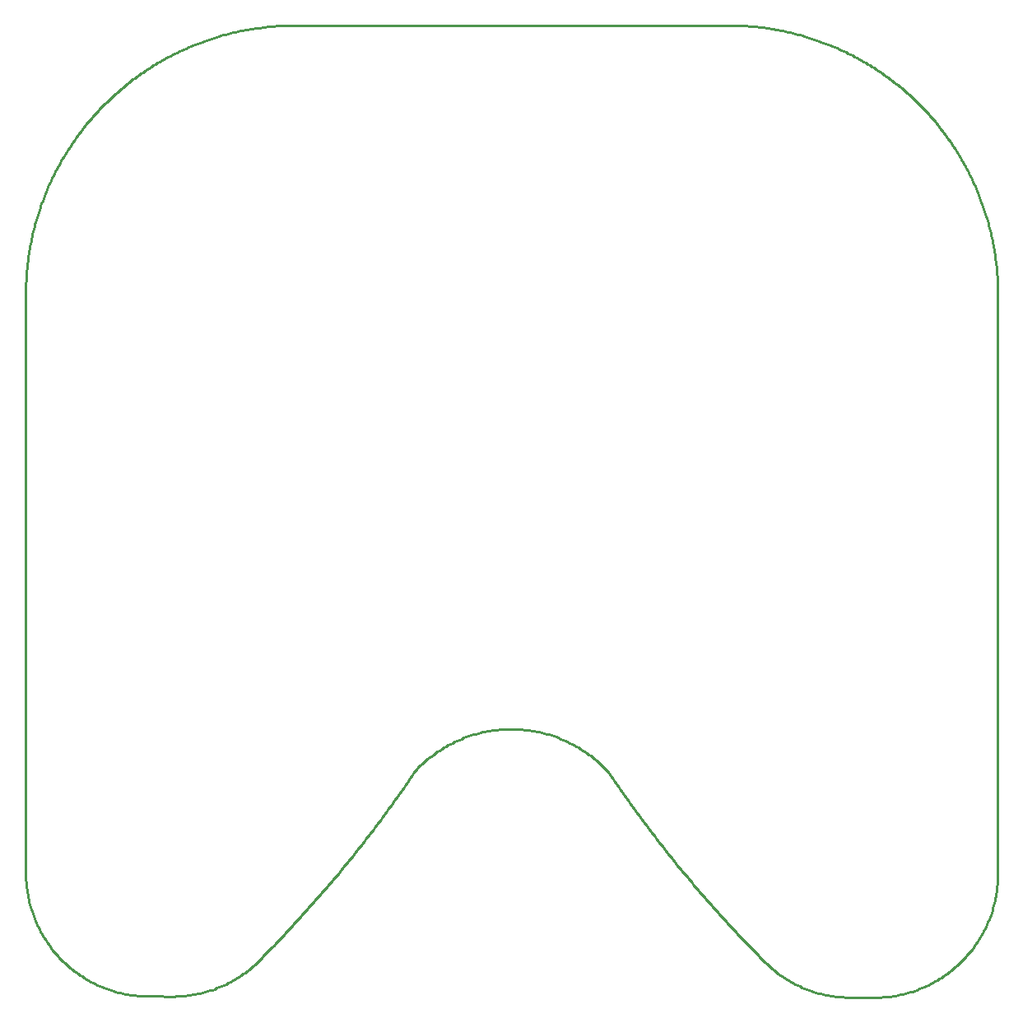
<source format=gko>
G04 Layer_Color=16711935*
%FSLAX25Y25*%
%MOIN*%
G70*
G01*
G75*
%ADD24C,0.01000*%
D24*
X886690Y189950D02*
X886015Y190695D01*
X885327Y191427D01*
X884624Y192146D01*
X883908Y192851D01*
X883179Y193542D01*
X882436Y194220D01*
X881682Y194883D01*
X880914Y195532D01*
X880134Y196167D01*
X879343Y196786D01*
X878540Y197390D01*
X877725Y197979D01*
X876900Y198552D01*
X876064Y199110D01*
X875217Y199652D01*
X874360Y200177D01*
X873493Y200686D01*
X872617Y201179D01*
X871732Y201654D01*
X870838Y202113D01*
X869935Y202555D01*
X869024Y202980D01*
X868106Y203387D01*
X867179Y203777D01*
X866245Y204149D01*
X865305Y204503D01*
X864358Y204840D01*
X863405Y205158D01*
X862446Y205458D01*
X861481Y205740D01*
X860511Y206004D01*
X859536Y206249D01*
X858557Y206476D01*
X857574Y206684D01*
X856587Y206873D01*
X855596Y207044D01*
X854603Y207196D01*
X853607Y207329D01*
X852608Y207442D01*
X851607Y207537D01*
X850605Y207613D01*
X849602Y207670D01*
X848597Y207708D01*
X847593Y207727D01*
X846587Y207727D01*
X845583Y207707D01*
X844578Y207669D01*
X843575Y207611D01*
X842573Y207535D01*
X841572Y207439D01*
X840574Y207325D01*
X839577Y207191D01*
X838584Y207039D01*
X837594Y206868D01*
X836607Y206678D01*
X835624Y206470D01*
X834645Y206242D01*
X833670Y205997D01*
X832700Y205733D01*
X831736Y205450D01*
X830777Y205149D01*
X829824Y204830D01*
X828877Y204493D01*
X827936Y204138D01*
X827003Y203766D01*
X826077Y203376D01*
X825158Y202968D01*
X824247Y202543D01*
X823345Y202100D01*
X822451Y201641D01*
X821566Y201165D01*
X820690Y200672D01*
X819824Y200162D01*
X818968Y199636D01*
X818121Y199094D01*
X817285Y198536D01*
X816460Y197962D01*
X815646Y197373D01*
X814843Y196768D01*
X814052Y196149D01*
X813273Y195514D01*
X812506Y194864D01*
X811751Y194201D01*
X811009Y193523D01*
X810280Y192831D01*
X809564Y192125D01*
X808862Y191406D01*
X808174Y190673D01*
X992946Y99000D02*
X993944Y98986D01*
X994941Y98991D01*
X995939Y99017D01*
X996935Y99063D01*
X997931Y99128D01*
X998925Y99213D01*
X999917Y99318D01*
X1000907Y99443D01*
X1001894Y99587D01*
X1002879Y99751D01*
X1003859Y99935D01*
X1004836Y100138D01*
X1005809Y100361D01*
X1006777Y100603D01*
X1007740Y100864D01*
X1008697Y101144D01*
X1009649Y101444D01*
X1010594Y101762D01*
X1011534Y102099D01*
X1012466Y102455D01*
X1013391Y102829D01*
X1014308Y103222D01*
X1015217Y103633D01*
X1016118Y104062D01*
X1017010Y104508D01*
X1017893Y104973D01*
X1018767Y105455D01*
X1019631Y105954D01*
X1020484Y106471D01*
X1021327Y107004D01*
X1022160Y107554D01*
X1022981Y108120D01*
X1023791Y108703D01*
X1024589Y109302D01*
X1025375Y109917D01*
X1026149Y110547D01*
X1026910Y111192D01*
X1027657Y111853D01*
X1028392Y112528D01*
X1029113Y113218D01*
X1029820Y113922D01*
X1030513Y114640D01*
X1031191Y115371D01*
X1031855Y116116D01*
X1032503Y116875D01*
X1033137Y117645D01*
X1033755Y118429D01*
X1034357Y119224D01*
X1034943Y120032D01*
X1035513Y120851D01*
X1036067Y121681D01*
X1036604Y122522D01*
X1037124Y123373D01*
X1037626Y124235D01*
X1038112Y125106D01*
X1038580Y125987D01*
X1039031Y126878D01*
X1039464Y127777D01*
X1039878Y128684D01*
X1040275Y129600D01*
X1040653Y130523D01*
X1041013Y131454D01*
X1041354Y132391D01*
X1041676Y133336D01*
X1041980Y134286D01*
X1042264Y135242D01*
X1042529Y136204D01*
X1042776Y137171D01*
X1043002Y138143D01*
X1043210Y139119D01*
X1043397Y140099D01*
X1043566Y141082D01*
X1043714Y142069D01*
X1043843Y143058D01*
X1043952Y144050D01*
X1044042Y145044D01*
X1044111Y146039D01*
X1044161Y147035D01*
X1044191Y148033D01*
X1044201Y149030D01*
X947140Y116129D02*
X947809Y115373D01*
X948492Y114631D01*
X949191Y113904D01*
X949904Y113190D01*
X950632Y112491D01*
X951374Y111808D01*
X952129Y111139D01*
X952898Y110486D01*
X953680Y109849D01*
X954475Y109228D01*
X955283Y108623D01*
X956102Y108035D01*
X956934Y107464D01*
X957777Y106909D01*
X958631Y106372D01*
X959496Y105853D01*
X960371Y105351D01*
X961256Y104867D01*
X962151Y104402D01*
X963055Y103954D01*
X963968Y103525D01*
X964890Y103115D01*
X965820Y102724D01*
X966758Y102352D01*
X967703Y101999D01*
X968655Y101665D01*
X969613Y101351D01*
X970578Y101056D01*
X971549Y100781D01*
X972525Y100526D01*
X973506Y100291D01*
X974492Y100076D01*
X975482Y99881D01*
X976475Y99706D01*
X977472Y99551D01*
X978472Y99417D01*
X979474Y99304D01*
X980479Y99210D01*
X981485Y99137D01*
X982493Y99085D01*
X983501Y99053D01*
X886707Y189947D02*
X887264Y189123D01*
X887823Y188300D01*
X888384Y187478D01*
X888947Y186656D01*
X889511Y185836D01*
X890076Y185018D01*
X890643Y184200D01*
X891212Y183383D01*
X891782Y182567D01*
X892354Y181753D01*
X892927Y180939D01*
X893502Y180127D01*
X894078Y179316D01*
X894656Y178505D01*
X895236Y177696D01*
X895817Y176889D01*
X896400Y176082D01*
X896984Y175276D01*
X897570Y174471D01*
X898157Y173668D01*
X898746Y172866D01*
X899336Y172065D01*
X899928Y171265D01*
X900522Y170466D01*
X901117Y169668D01*
X901713Y168871D01*
X902312Y168076D01*
X902911Y167281D01*
X903512Y166488D01*
X904115Y165696D01*
X904719Y164906D01*
X905325Y164116D01*
X905932Y163327D01*
X906541Y162540D01*
X907151Y161754D01*
X907763Y160969D01*
X908376Y160185D01*
X908991Y159403D01*
X909607Y158621D01*
X910225Y157841D01*
X910844Y157062D01*
X911465Y156284D01*
X912087Y155507D01*
X912711Y154732D01*
X913336Y153957D01*
X913963Y153184D01*
X914591Y152412D01*
X915221Y151642D01*
X915852Y150872D01*
X916485Y150104D01*
X917119Y149337D01*
X917754Y148571D01*
X918391Y147807D01*
X919030Y147043D01*
X919670Y146281D01*
X920311Y145520D01*
X920954Y144761D01*
X921599Y144002D01*
X922244Y143245D01*
X922892Y142489D01*
X923541Y141734D01*
X924191Y140981D01*
X924842Y140229D01*
X925496Y139478D01*
X926150Y138728D01*
X926806Y137980D01*
X927464Y137233D01*
X928122Y136487D01*
X928783Y135742D01*
X929444Y134999D01*
X930107Y134257D01*
X930772Y133516D01*
X931438Y132776D01*
X932106Y132038D01*
X932774Y131301D01*
X933444Y130565D01*
X934116Y129831D01*
X934789Y129098D01*
X935464Y128366D01*
X936140Y127636D01*
X936817Y126907D01*
X937496Y126179D01*
X938176Y125452D01*
X938857Y124727D01*
X939540Y124003D01*
X940224Y123280D01*
X940910Y122559D01*
X941597Y121839D01*
X942285Y121120D01*
X942975Y120403D01*
X943666Y119687D01*
X944359Y118972D01*
X945053Y118259D01*
X945748Y117546D01*
X946445Y116836D01*
X947141Y116128D01*
X650500Y149500D02*
X650510Y148502D01*
X650540Y147505D01*
X650590Y146509D01*
X650659Y145513D01*
X650748Y144519D01*
X650858Y143528D01*
X650987Y142538D01*
X651135Y141552D01*
X651303Y140568D01*
X651491Y139588D01*
X651699Y138612D01*
X651925Y137641D01*
X652172Y136674D01*
X652437Y135712D01*
X652721Y134756D01*
X653025Y133805D01*
X653347Y132861D01*
X653688Y131924D01*
X654048Y130993D01*
X654426Y130070D01*
X654823Y129154D01*
X655237Y128247D01*
X655670Y127348D01*
X656120Y126457D01*
X656589Y125576D01*
X657074Y124705D01*
X657577Y123843D01*
X658097Y122992D01*
X658634Y122151D01*
X659188Y121321D01*
X659758Y120502D01*
X660344Y119694D01*
X660946Y118899D01*
X661564Y118115D01*
X662198Y117345D01*
X662846Y116587D01*
X663510Y115841D01*
X664188Y115110D01*
X664881Y114392D01*
X665588Y113688D01*
X666309Y112998D01*
X667043Y112323D01*
X667791Y111662D01*
X668552Y111017D01*
X669326Y110387D01*
X670112Y109772D01*
X670910Y109173D01*
X671720Y108591D01*
X672541Y108024D01*
X673373Y107474D01*
X674217Y106941D01*
X675070Y106424D01*
X675934Y105925D01*
X676808Y105443D01*
X677691Y104979D01*
X678583Y104532D01*
X679484Y104103D01*
X680393Y103692D01*
X681310Y103299D01*
X682235Y102925D01*
X683167Y102569D01*
X684106Y102232D01*
X685052Y101914D01*
X686003Y101615D01*
X686961Y101334D01*
X687924Y101073D01*
X688892Y100831D01*
X689864Y100608D01*
X690841Y100405D01*
X691822Y100222D01*
X692806Y100057D01*
X693793Y99913D01*
X694783Y99788D01*
X695776Y99683D01*
X696770Y99598D01*
X697765Y99533D01*
X698762Y99487D01*
X699759Y99462D01*
X700757Y99456D01*
X701755Y99470D01*
X711200Y99500D02*
X712209Y99532D01*
X713216Y99584D01*
X714222Y99657D01*
X715227Y99750D01*
X716229Y99864D01*
X717229Y99998D01*
X718226Y100153D01*
X719219Y100327D01*
X720209Y100522D01*
X721195Y100737D01*
X722176Y100972D01*
X723152Y101228D01*
X724123Y101503D01*
X725088Y101797D01*
X726046Y102111D01*
X726998Y102445D01*
X727943Y102798D01*
X728881Y103171D01*
X729811Y103562D01*
X730733Y103972D01*
X731646Y104401D01*
X732550Y104848D01*
X733445Y105314D01*
X734330Y105798D01*
X735205Y106299D01*
X736070Y106819D01*
X736924Y107356D01*
X737767Y107910D01*
X738599Y108482D01*
X739418Y109070D01*
X740226Y109675D01*
X741021Y110296D01*
X741803Y110933D01*
X742572Y111586D01*
X743328Y112254D01*
X744069Y112938D01*
X744797Y113637D01*
X745510Y114350D01*
X746209Y115078D01*
X746892Y115820D01*
X747561Y116576D01*
X747499Y116499D02*
X748200Y117212D01*
X748900Y117926D01*
X749599Y118641D01*
X750295Y119358D01*
X750991Y120075D01*
X751685Y120795D01*
X752378Y121515D01*
X753069Y122237D01*
X753759Y122960D01*
X754448Y123685D01*
X755135Y124411D01*
X755821Y125138D01*
X756506Y125867D01*
X757189Y126597D01*
X757870Y127328D01*
X758550Y128060D01*
X759229Y128794D01*
X759906Y129529D01*
X760582Y130266D01*
X761257Y131004D01*
X761930Y131743D01*
X762602Y132483D01*
X763272Y133225D01*
X763941Y133968D01*
X764608Y134712D01*
X765274Y135457D01*
X765939Y136204D01*
X766602Y136952D01*
X767263Y137702D01*
X767923Y138452D01*
X768582Y139204D01*
X769239Y139957D01*
X769895Y140712D01*
X770549Y141467D01*
X771202Y142225D01*
X771853Y142983D01*
X772503Y143742D01*
X773152Y144503D01*
X773799Y145265D01*
X774444Y146028D01*
X775089Y146793D01*
X775731Y147558D01*
X776372Y148325D01*
X777012Y149094D01*
X777650Y149863D01*
X778287Y150634D01*
X778922Y151406D01*
X779555Y152179D01*
X780188Y152953D01*
X780818Y153729D01*
X781447Y154505D01*
X782075Y155283D01*
X782701Y156063D01*
X783326Y156843D01*
X783949Y157625D01*
X784571Y158407D01*
X785191Y159192D01*
X785809Y159977D01*
X786426Y160763D01*
X787042Y161551D01*
X787656Y162339D01*
X788269Y163129D01*
X788880Y163921D01*
X789489Y164713D01*
X790097Y165506D01*
X790703Y166301D01*
X791308Y167097D01*
X791912Y167894D01*
X792514Y168692D01*
X793114Y169492D01*
X793712Y170292D01*
X794310Y171094D01*
X794905Y171896D01*
X795499Y172700D01*
X796092Y173505D01*
X796683Y174312D01*
X797272Y175119D01*
X797860Y175928D01*
X798446Y176737D01*
X799031Y177548D01*
X799614Y178360D01*
X800196Y179173D01*
X800776Y179987D01*
X801354Y180802D01*
X801931Y181619D01*
X802506Y182436D01*
X803080Y183255D01*
X803652Y184075D01*
X804223Y184895D01*
X804792Y185717D01*
X805359Y186540D01*
X805925Y187364D01*
X806489Y188190D01*
X807051Y189016D01*
X807612Y189843D01*
X808171Y190671D01*
X1044204Y383900D02*
X1044199Y384899D01*
X1044184Y385898D01*
X1044159Y386897D01*
X1044126Y387895D01*
X1044083Y388894D01*
X1044032Y389891D01*
X1043971Y390889D01*
X1043901Y391885D01*
X1043822Y392881D01*
X1043734Y393877D01*
X1043637Y394871D01*
X1043530Y395864D01*
X1043415Y396857D01*
X1043290Y397848D01*
X1043156Y398838D01*
X1043013Y399827D01*
X1042861Y400814D01*
X1042701Y401800D01*
X1042531Y402785D01*
X1042352Y403768D01*
X1042164Y404749D01*
X1041967Y405729D01*
X1041761Y406706D01*
X1041546Y407682D01*
X1041322Y408656D01*
X1041089Y409627D01*
X1040847Y410597D01*
X1040597Y411564D01*
X1040337Y412529D01*
X1040069Y413491D01*
X1039792Y414451D01*
X1039506Y415409D01*
X1039212Y416363D01*
X1038908Y417315D01*
X1038596Y418264D01*
X1038276Y419211D01*
X1037946Y420154D01*
X1037608Y421094D01*
X1037261Y422031D01*
X1036906Y422965D01*
X1036542Y423895D01*
X1036170Y424823D01*
X1035789Y425746D01*
X1035400Y426666D01*
X1035002Y427583D01*
X1034596Y428496D01*
X1034181Y429405D01*
X1033759Y430310D01*
X1033328Y431211D01*
X1032888Y432109D01*
X1032441Y433002D01*
X1031985Y433891D01*
X1031521Y434776D01*
X1031050Y435657D01*
X1030569Y436533D01*
X1030081Y437405D01*
X1029586Y438272D01*
X1029082Y439135D01*
X1028570Y439993D01*
X1028050Y440846D01*
X1027523Y441695D01*
X1026988Y442539D01*
X1026445Y443377D01*
X1025894Y444211D01*
X1025336Y445040D01*
X1024770Y445863D01*
X1024197Y446681D01*
X1023616Y447494D01*
X1023028Y448302D01*
X1022432Y449104D01*
X1021829Y449901D01*
X1021219Y450692D01*
X1020602Y451477D01*
X1019977Y452257D01*
X1019345Y453031D01*
X1018706Y453799D01*
X1018061Y454562D01*
X1017408Y455318D01*
X1016748Y456068D01*
X1016082Y456813D01*
X1015408Y457551D01*
X1014728Y458283D01*
X1014041Y459008D01*
X1013348Y459728D01*
X1012648Y460440D01*
X1011941Y461147D01*
X1011228Y461847D01*
X1010509Y462540D01*
X1009783Y463227D01*
X1009052Y463907D01*
X1008313Y464580D01*
X1007569Y465247D01*
X1006819Y465907D01*
X1006062Y466560D01*
X1005300Y467205D01*
X1004532Y467844D01*
X1003758Y468476D01*
X1002978Y469100D01*
X1002192Y469718D01*
X1001401Y470328D01*
X1000605Y470931D01*
X999802Y471526D01*
X998995Y472115D01*
X998182Y472695D01*
X997363Y473269D01*
X996540Y473835D01*
X995711Y474393D01*
X994878Y474943D01*
X994039Y475486D01*
X993195Y476021D01*
X992347Y476549D01*
X991493Y477068D01*
X990635Y477580D01*
X989772Y478084D01*
X988905Y478580D01*
X988033Y479068D01*
X987157Y479548D01*
X986276Y480020D01*
X985391Y480483D01*
X984502Y480939D01*
X983609Y481387D01*
X982712Y481826D01*
X981810Y482257D01*
X980905Y482680D01*
X979996Y483094D01*
X979083Y483500D01*
X978166Y483898D01*
X977246Y484287D01*
X976322Y484668D01*
X975395Y485040D01*
X974465Y485404D01*
X973531Y485759D01*
X972594Y486106D01*
X971654Y486444D01*
X970710Y486773D01*
X969764Y487094D01*
X968815Y487406D01*
X967863Y487709D01*
X966908Y488004D01*
X965951Y488290D01*
X964991Y488567D01*
X964029Y488835D01*
X963064Y489094D01*
X962097Y489345D01*
X961127Y489586D01*
X960156Y489819D01*
X959182Y490043D01*
X958206Y490258D01*
X957228Y490464D01*
X956249Y490661D01*
X955268Y490849D01*
X954285Y491028D01*
X953300Y491198D01*
X952314Y491359D01*
X951327Y491510D01*
X950338Y491653D01*
X949348Y491787D01*
X948356Y491911D01*
X947364Y492027D01*
X946371Y492133D01*
X945376Y492231D01*
X944381Y492319D01*
X943385Y492398D01*
X942388Y492468D01*
X941391Y492528D01*
X940393Y492580D01*
X939395Y492623D01*
X938396Y492656D01*
X937398Y492680D01*
X936399Y492695D01*
X935400Y492701D01*
X759305Y492702D02*
X758303Y492696D01*
X757301Y492681D01*
X756299Y492656D01*
X755297Y492623D01*
X754296Y492580D01*
X753295Y492528D01*
X752295Y492467D01*
X751296Y492397D01*
X750297Y492317D01*
X749299Y492229D01*
X748301Y492131D01*
X747305Y492024D01*
X746310Y491908D01*
X745316Y491782D01*
X744322Y491648D01*
X743331Y491504D01*
X742340Y491351D01*
X741352Y491189D01*
X740364Y491019D01*
X739378Y490839D01*
X738394Y490650D01*
X737412Y490451D01*
X736432Y490244D01*
X735453Y490028D01*
X734477Y489803D01*
X733502Y489569D01*
X732530Y489326D01*
X731560Y489074D01*
X730593Y488813D01*
X729628Y488543D01*
X728665Y488265D01*
X727705Y487977D01*
X726748Y487681D01*
X725793Y487376D01*
X724842Y487062D01*
X723893Y486739D01*
X722947Y486408D01*
X722005Y486068D01*
X721065Y485719D01*
X720129Y485362D01*
X719196Y484996D01*
X718267Y484621D01*
X717341Y484238D01*
X716418Y483847D01*
X715499Y483447D01*
X714584Y483039D01*
X713673Y482622D01*
X712766Y482197D01*
X711862Y481763D01*
X710963Y481321D01*
X710068Y480871D01*
X709176Y480413D01*
X708289Y479947D01*
X707407Y479472D01*
X706529Y478990D01*
X705655Y478499D01*
X704786Y478000D01*
X703921Y477493D01*
X703061Y476979D01*
X702207Y476456D01*
X701356Y475926D01*
X700511Y475388D01*
X699671Y474842D01*
X698835Y474288D01*
X698005Y473727D01*
X697180Y473158D01*
X696361Y472581D01*
X695546Y471997D01*
X694737Y471406D01*
X693934Y470807D01*
X693136Y470201D01*
X692344Y469587D01*
X691557Y468967D01*
X690776Y468339D01*
X690001Y467703D01*
X689232Y467061D01*
X688469Y466412D01*
X687712Y465756D01*
X686961Y465092D01*
X686215Y464422D01*
X685477Y463745D01*
X684744Y463062D01*
X684018Y462371D01*
X683298Y461674D01*
X682585Y460970D01*
X681878Y460260D01*
X681177Y459544D01*
X680483Y458821D01*
X679797Y458091D01*
X679116Y457355D01*
X678443Y456613D01*
X677776Y455865D01*
X677116Y455111D01*
X676463Y454351D01*
X675818Y453585D01*
X675179Y452813D01*
X674547Y452035D01*
X673923Y451251D01*
X673306Y450461D01*
X672696Y449666D01*
X672093Y448866D01*
X671498Y448060D01*
X670911Y447248D01*
X670330Y446431D01*
X669758Y445609D01*
X669193Y444781D01*
X668635Y443948D01*
X668085Y443111D01*
X667543Y442268D01*
X667009Y441420D01*
X666483Y440567D01*
X665964Y439710D01*
X665453Y438848D01*
X664951Y437981D01*
X664456Y437110D01*
X663969Y436234D01*
X663491Y435353D01*
X663020Y434469D01*
X662558Y433579D01*
X662104Y432686D01*
X661658Y431789D01*
X661220Y430887D01*
X660791Y429982D01*
X660370Y429073D01*
X659957Y428160D01*
X659553Y427243D01*
X659158Y426322D01*
X658770Y425398D01*
X658392Y424470D01*
X658021Y423539D01*
X657660Y422604D01*
X657307Y421666D01*
X656962Y420725D01*
X656627Y419781D01*
X656300Y418834D01*
X655982Y417884D01*
X655672Y416931D01*
X655371Y415975D01*
X655080Y415016D01*
X654797Y414055D01*
X654522Y413091D01*
X654257Y412125D01*
X654001Y411156D01*
X653753Y410185D01*
X653514Y409212D01*
X653285Y408237D01*
X653064Y407259D01*
X652852Y406280D01*
X652650Y405298D01*
X652456Y404315D01*
X652272Y403330D01*
X652096Y402344D01*
X651930Y401356D01*
X651773Y400366D01*
X651624Y399375D01*
X651485Y398382D01*
X651356Y397389D01*
X651235Y396394D01*
X651123Y395398D01*
X651021Y394402D01*
X650927Y393404D01*
X650843Y392405D01*
X650768Y391406D01*
X650703Y390406D01*
X650646Y389406D01*
X650599Y388405D01*
X650561Y387403D01*
X650532Y386402D01*
X650512Y385400D01*
X650502Y384398D01*
X1044201Y149001D02*
Y383899D01*
X759305Y492702D02*
X935399Y492701D01*
X650500Y149500D02*
Y384398D01*
X983501Y99053D02*
X992892D01*
X701750Y99469D02*
X711222Y99423D01*
M02*

</source>
